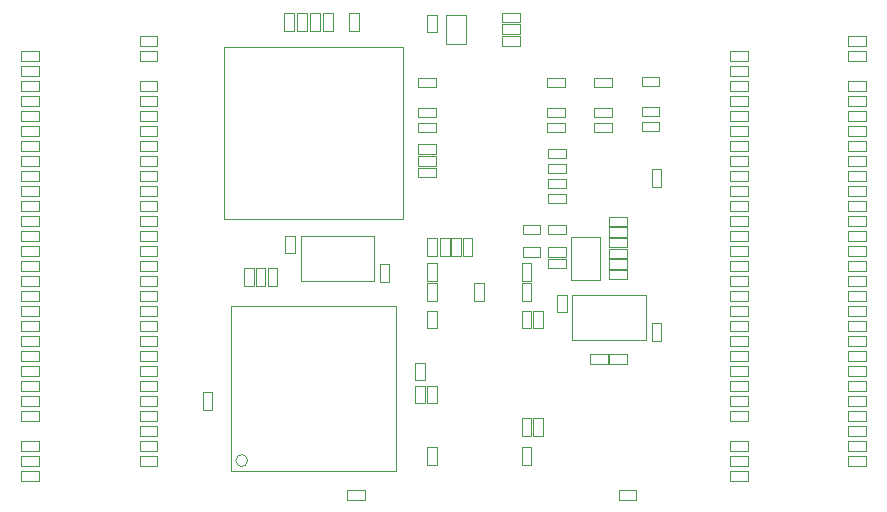
<source format=gbr>
%TF.GenerationSoftware,Altium Limited,Altium Designer,20.0.13 (296)*%
G04 Layer_Color=32768*
%FSLAX26Y26*%
%MOIN*%
%TF.FileFunction,Other,Bottom_Assembly*%
%TF.Part,Single*%
G01*
G75*
%TA.AperFunction,NonConductor*%
%ADD59C,0.003937*%
%ADD62C,0.001968*%
D59*
X921260Y114173D02*
G03*
X921260Y114173I-19685J0D01*
G01*
X866142Y629921D02*
X1417323D01*
X866142Y78740D02*
X1417323D01*
Y629921D01*
X866142Y78740D02*
Y629921D01*
D62*
X2094244Y716402D02*
Y858402D01*
X2000244Y716402D02*
Y858402D01*
Y716402D02*
X2094244D01*
X2000244Y858402D02*
X2094244D01*
X1922835Y900394D02*
X1981890D01*
X1922835Y868898D02*
X1981890D01*
Y900394D01*
X1922835Y868898D02*
Y900394D01*
X842732Y919047D02*
X1440732D01*
X842732Y1491047D02*
X1440732D01*
X842732Y919047D02*
Y1491047D01*
X1440732Y919047D02*
Y1491047D01*
X167323Y596654D02*
Y628150D01*
X226378Y596654D02*
Y628150D01*
X167323Y596654D02*
X226378D01*
X167323Y628150D02*
X226378D01*
X1098472Y712402D02*
Y862402D01*
X1343472D01*
Y712402D02*
Y862402D01*
X1098472Y712402D02*
X1343472D01*
X2267716Y1084449D02*
X2299213D01*
X2267716Y1025394D02*
X2299213D01*
X2267716D02*
Y1084449D01*
X2299213Y1025394D02*
Y1084449D01*
X1922047Y972244D02*
Y1003740D01*
X1981102Y972244D02*
Y1003740D01*
X1922047Y972244D02*
X1981102D01*
X1922047Y1003740D02*
X1981102D01*
X1922047Y1022244D02*
Y1053740D01*
X1981102Y1022244D02*
Y1053740D01*
X1922047Y1022244D02*
X1981102D01*
X1922047Y1053740D02*
X1981102D01*
X1922047Y1122244D02*
Y1153740D01*
X1981102Y1122244D02*
Y1153740D01*
X1922047Y1122244D02*
X1981102D01*
X1922047Y1153740D02*
X1981102D01*
X1922047Y1072244D02*
Y1103740D01*
X1981102Y1072244D02*
Y1103740D01*
X1922047Y1072244D02*
X1981102D01*
X1922047Y1103740D02*
X1981102D01*
X1708661Y646260D02*
Y705315D01*
X1677165Y646260D02*
Y705315D01*
Y646260D02*
X1708661D01*
X1677165Y705315D02*
X1708661D01*
X1834646Y646260D02*
Y705315D01*
X1866142Y646260D02*
Y705315D01*
X1834646D02*
X1866142D01*
X1834646Y646260D02*
X1866142D01*
X1519685Y712008D02*
Y771063D01*
X1551181Y712008D02*
Y771063D01*
X1519685D02*
X1551181D01*
X1519685Y712008D02*
X1551181D01*
X1631890Y797244D02*
Y856299D01*
X1600394Y797244D02*
Y856299D01*
Y797244D02*
X1631890D01*
X1600394Y856299D02*
X1631890D01*
X2063780Y468504D02*
X2122835D01*
X2063780Y437008D02*
X2122835D01*
Y468504D01*
X2063780Y437008D02*
Y468504D01*
X2126772D02*
X2185827D01*
X2126772Y437008D02*
X2185827D01*
Y468504D01*
X2126772Y437008D02*
Y468504D01*
X2158268Y15748D02*
X2217323D01*
X2158268Y-15748D02*
X2217323D01*
Y15748D01*
X2158268Y-15748D02*
Y15748D01*
X2135827Y1258465D02*
Y1289961D01*
X2076772Y1258465D02*
Y1289961D01*
X2135827D01*
X2076772Y1258465D02*
X2135827D01*
Y1358465D02*
Y1389961D01*
X2076772Y1358465D02*
Y1389961D01*
X2135827D01*
X2076772Y1358465D02*
X2135827D01*
X1519685Y1600591D02*
X1551181D01*
X1519685Y1541535D02*
X1551181D01*
X1519685D02*
Y1600591D01*
X1551181Y1541535D02*
Y1600591D01*
X1978347Y1258465D02*
Y1289961D01*
X1919291Y1258465D02*
Y1289961D01*
X1978347D01*
X1919291Y1258465D02*
X1978347D01*
Y1358465D02*
Y1389961D01*
X1919291Y1358465D02*
Y1389961D01*
X1978347D01*
X1919291Y1358465D02*
X1978347D01*
X2293307Y1261417D02*
Y1292913D01*
X2234252Y1261417D02*
Y1292913D01*
X2293307D01*
X2234252Y1261417D02*
X2293307D01*
Y1361418D02*
Y1392914D01*
X2234252Y1361418D02*
Y1392914D01*
X2293307D01*
X2234252Y1361418D02*
X2293307D01*
X1952756Y608268D02*
Y667323D01*
X1984252Y608268D02*
Y667323D01*
X1952756D02*
X1984252D01*
X1952756Y608268D02*
X1984252D01*
X2267717Y513779D02*
Y572835D01*
X2299213Y513779D02*
Y572835D01*
X2267717D02*
X2299213D01*
X2267717Y513779D02*
X2299213D01*
X1874016Y195669D02*
Y254724D01*
X1905512Y195669D02*
Y254724D01*
X1874016D02*
X1905512D01*
X1874016Y195669D02*
X1905512D01*
X1161220Y1545275D02*
Y1604331D01*
X1129725Y1545275D02*
Y1604331D01*
Y1545275D02*
X1161220D01*
X1129725Y1604331D02*
X1161220D01*
X1551181Y554921D02*
Y613976D01*
X1519685Y554921D02*
Y613976D01*
Y554921D02*
X1551181D01*
X1519685Y613976D02*
X1551181D01*
X1834646Y554921D02*
Y613976D01*
X1866142Y554921D02*
Y613976D01*
X1834646D02*
X1866142D01*
X1834646Y554921D02*
X1866142D01*
X1834646Y100197D02*
Y159252D01*
X1866142Y100197D02*
Y159252D01*
X1834646D02*
X1866142D01*
X1834646Y100197D02*
X1866142D01*
X1519685D02*
Y159252D01*
X1551181Y100197D02*
Y159252D01*
X1519685D02*
X1551181D01*
X1519685Y100197D02*
X1551181D01*
Y304921D02*
Y363976D01*
X1519685Y304921D02*
Y363976D01*
Y304921D02*
X1551181D01*
X1519685Y363976D02*
X1551181D01*
X1019685Y696063D02*
Y755118D01*
X988189Y696063D02*
Y755118D01*
Y696063D02*
X1019685D01*
X988189Y755118D02*
X1019685D01*
X803150Y282677D02*
Y341732D01*
X771654Y282677D02*
Y341732D01*
Y282677D02*
X803150D01*
X771654Y341732D02*
X803150D01*
X1393701Y710630D02*
Y769685D01*
X1362205Y710630D02*
Y769685D01*
Y710630D02*
X1393701D01*
X1362205Y769685D02*
X1393701D01*
X1078740Y805118D02*
Y864173D01*
X1047244Y805118D02*
Y864173D01*
Y805118D02*
X1078740D01*
X1047244Y864173D02*
X1078740D01*
X1252756Y-15748D02*
Y15748D01*
X1311811Y-15748D02*
Y15748D01*
X1252756Y-15748D02*
X1311811D01*
X1252756Y15748D02*
X1311811D01*
X1480315Y440158D02*
X1511811D01*
X1480315Y381102D02*
X1511811D01*
X1480315D02*
Y440158D01*
X1511811Y381102D02*
Y440158D01*
X909449Y755118D02*
X940945D01*
X909449Y696063D02*
X940945D01*
X909449D02*
Y755118D01*
X940945Y696063D02*
Y755118D01*
X561024Y96654D02*
X620079D01*
X561024Y128150D02*
X620079D01*
X561024Y96654D02*
Y128150D01*
X620079Y96654D02*
Y128150D01*
X561024Y146654D02*
X620079D01*
X561024Y178150D02*
X620079D01*
X561024Y146654D02*
Y178150D01*
X620079Y146654D02*
Y178150D01*
X561024Y196654D02*
X620079D01*
X561024Y228150D02*
X620079D01*
X561024Y196654D02*
Y228150D01*
X620079Y196654D02*
Y228150D01*
X167323Y78150D02*
X226378D01*
X167323Y46654D02*
X226378D01*
Y78150D01*
X167323Y46654D02*
Y78150D01*
Y128150D02*
X226378D01*
X167323Y96654D02*
X226378D01*
Y128150D01*
X167323Y96654D02*
Y128150D01*
Y178150D02*
X226378D01*
X167323Y146654D02*
X226378D01*
Y178150D01*
X167323Y146654D02*
Y178150D01*
X2923228Y96654D02*
X2982284D01*
X2923228Y128150D02*
X2982284D01*
X2923228Y96654D02*
Y128150D01*
X2982284Y96654D02*
Y128150D01*
X2923228Y146654D02*
X2982284D01*
X2923228Y178150D02*
X2982284D01*
X2923228Y146654D02*
Y178150D01*
X2982284Y146654D02*
Y178150D01*
X2529528Y78150D02*
X2588583D01*
X2529528Y46654D02*
X2588583D01*
Y78150D01*
X2529528Y46654D02*
Y78150D01*
Y128150D02*
X2588583D01*
X2529528Y96654D02*
X2588583D01*
Y128150D01*
X2529528Y96654D02*
Y128150D01*
Y178150D02*
X2588583D01*
X2529528Y146654D02*
X2588583D01*
Y178150D01*
X2529528Y146654D02*
Y178150D01*
X561024Y1446654D02*
X620079D01*
X561024Y1478150D02*
X620079D01*
X561024Y1446654D02*
Y1478150D01*
X620079Y1446654D02*
Y1478150D01*
X561024Y1496654D02*
X620079D01*
X561024Y1528150D02*
X620079D01*
X561024Y1496654D02*
Y1528150D01*
X620079Y1496654D02*
Y1528150D01*
X167323Y1428150D02*
X226378D01*
X167323Y1396654D02*
X226378D01*
Y1428150D01*
X167323Y1396654D02*
Y1428150D01*
Y1478150D02*
X226378D01*
X167323Y1446654D02*
X226378D01*
Y1478150D01*
X167323Y1446654D02*
Y1478150D01*
X2923228Y1446654D02*
X2982284D01*
X2923228Y1478150D02*
X2982284D01*
X2923228Y1446654D02*
Y1478150D01*
X2982284Y1446654D02*
Y1478150D01*
X2923228Y1496654D02*
X2982284D01*
X2923228Y1528150D02*
X2982284D01*
X2923228Y1496654D02*
Y1528150D01*
X2982284Y1496654D02*
Y1528150D01*
X2529528Y1428150D02*
X2588583D01*
X2529528Y1396654D02*
X2588583D01*
Y1428150D01*
X2529528Y1396654D02*
Y1428150D01*
Y1478150D02*
X2588583D01*
X2529528Y1446654D02*
X2588583D01*
Y1478150D01*
X2529528Y1446654D02*
Y1478150D01*
X1488976Y1136811D02*
Y1168307D01*
X1548032Y1136811D02*
Y1168307D01*
X1488976Y1136811D02*
X1548032D01*
X1488976Y1168307D02*
X1548032D01*
X1922047Y754724D02*
Y786220D01*
X1981102Y754724D02*
Y786220D01*
X1922047Y754724D02*
X1981102D01*
X1922047Y786220D02*
X1981102D01*
X1922047Y794095D02*
Y825591D01*
X1981102Y794095D02*
Y825591D01*
X1922047Y794095D02*
X1981102D01*
X1922047Y825591D02*
X1981102D01*
X2126772Y789370D02*
Y820866D01*
X2185827Y789370D02*
Y820866D01*
X2126772Y789370D02*
X2185827D01*
X2126772Y820866D02*
X2185827D01*
X2126772Y860236D02*
Y891732D01*
X2185827Y860236D02*
Y891732D01*
X2126772Y860236D02*
X2185827D01*
X2126772Y891732D02*
X2185827D01*
X1637795Y797244D02*
X1669291D01*
X1637795Y856299D02*
X1669291D01*
Y797244D02*
Y856299D01*
X1637795Y797244D02*
Y856299D01*
X1488976Y1358465D02*
Y1389961D01*
X1548032Y1358465D02*
Y1389961D01*
X1488976Y1358465D02*
X1548032D01*
X1488976Y1389961D02*
X1548032D01*
X167323Y678150D02*
X226378D01*
X167323Y646654D02*
X226378D01*
Y678150D01*
X167323Y646654D02*
Y678150D01*
Y728150D02*
X226378D01*
X167323Y696654D02*
X226378D01*
Y728150D01*
X167323Y696654D02*
Y728150D01*
Y778150D02*
X226378D01*
X167323Y746654D02*
X226378D01*
Y778150D01*
X167323Y746654D02*
Y778150D01*
Y828150D02*
X226378D01*
X167323Y796654D02*
X226378D01*
Y828150D01*
X167323Y796654D02*
Y828150D01*
Y878150D02*
X226378D01*
X167323Y846654D02*
X226378D01*
Y878150D01*
X167323Y846654D02*
Y878150D01*
Y928150D02*
X226378D01*
X167323Y896654D02*
X226378D01*
Y928150D01*
X167323Y896654D02*
Y928150D01*
Y978150D02*
X226378D01*
X167323Y946654D02*
X226378D01*
Y978150D01*
X167323Y946654D02*
Y978150D01*
Y1028150D02*
X226378D01*
X167323Y996654D02*
X226378D01*
Y1028150D01*
X167323Y996654D02*
Y1028150D01*
Y1078150D02*
X226378D01*
X167323Y1046654D02*
X226378D01*
Y1078150D01*
X167323Y1046654D02*
Y1078150D01*
Y1128150D02*
X226378D01*
X167323Y1096654D02*
X226378D01*
Y1128150D01*
X167323Y1096654D02*
Y1128150D01*
Y1178150D02*
X226378D01*
X167323Y1146654D02*
X226378D01*
Y1178150D01*
X167323Y1146654D02*
Y1178150D01*
Y1228150D02*
X226378D01*
X167323Y1196654D02*
X226378D01*
Y1228150D01*
X167323Y1196654D02*
Y1228150D01*
Y1278150D02*
X226378D01*
X167323Y1246654D02*
X226378D01*
Y1278150D01*
X167323Y1246654D02*
Y1278150D01*
X2529528Y278150D02*
X2588583D01*
X2529528Y246654D02*
X2588583D01*
Y278150D01*
X2529528Y246654D02*
Y278150D01*
Y328150D02*
X2588583D01*
X2529528Y296654D02*
X2588583D01*
Y328150D01*
X2529528Y296654D02*
Y328150D01*
Y378150D02*
X2588583D01*
X2529528Y346654D02*
X2588583D01*
Y378150D01*
X2529528Y346654D02*
Y378150D01*
Y428150D02*
X2588583D01*
X2529528Y396654D02*
X2588583D01*
Y428150D01*
X2529528Y396654D02*
Y428150D01*
Y478150D02*
X2588583D01*
X2529528Y446654D02*
X2588583D01*
Y478150D01*
X2529528Y446654D02*
Y478150D01*
Y528150D02*
X2588583D01*
X2529528Y496654D02*
X2588583D01*
Y528150D01*
X2529528Y496654D02*
Y528150D01*
Y578150D02*
X2588583D01*
X2529528Y546654D02*
X2588583D01*
Y578150D01*
X2529528Y546654D02*
Y578150D01*
Y628150D02*
X2588583D01*
X2529528Y596654D02*
X2588583D01*
Y628150D01*
X2529528Y596654D02*
Y628150D01*
Y678150D02*
X2588583D01*
X2529528Y646654D02*
X2588583D01*
Y678150D01*
X2529528Y646654D02*
Y678150D01*
Y728150D02*
X2588583D01*
X2529528Y696654D02*
X2588583D01*
Y728150D01*
X2529528Y696654D02*
Y728150D01*
Y778150D02*
X2588583D01*
X2529528Y746654D02*
X2588583D01*
Y778150D01*
X2529528Y746654D02*
Y778150D01*
Y828150D02*
X2588583D01*
X2529528Y796654D02*
X2588583D01*
Y828150D01*
X2529528Y796654D02*
Y828150D01*
Y878150D02*
X2588583D01*
X2529528Y846654D02*
X2588583D01*
Y878150D01*
X2529528Y846654D02*
Y878150D01*
Y928150D02*
X2588583D01*
X2529528Y896654D02*
X2588583D01*
Y928150D01*
X2529528Y896654D02*
Y928150D01*
Y978150D02*
X2588583D01*
X2529528Y946654D02*
X2588583D01*
Y978150D01*
X2529528Y946654D02*
Y978150D01*
Y1028150D02*
X2588583D01*
X2529528Y996654D02*
X2588583D01*
Y1028150D01*
X2529528Y996654D02*
Y1028150D01*
Y1078150D02*
X2588583D01*
X2529528Y1046654D02*
X2588583D01*
Y1078150D01*
X2529528Y1046654D02*
Y1078150D01*
Y1128150D02*
X2588583D01*
X2529528Y1096654D02*
X2588583D01*
Y1128150D01*
X2529528Y1096654D02*
Y1128150D01*
Y1178150D02*
X2588583D01*
X2529528Y1146654D02*
X2588583D01*
Y1178150D01*
X2529528Y1146654D02*
Y1178150D01*
Y1228150D02*
X2588583D01*
X2529528Y1196654D02*
X2588583D01*
Y1228150D01*
X2529528Y1196654D02*
Y1228150D01*
Y1278150D02*
X2588583D01*
X2529528Y1246654D02*
X2588583D01*
Y1278150D01*
X2529528Y1246654D02*
Y1278150D01*
Y1328150D02*
X2588583D01*
X2529528Y1296654D02*
X2588583D01*
Y1328150D01*
X2529528Y1296654D02*
Y1328150D01*
Y1378150D02*
X2588583D01*
X2529528Y1346654D02*
X2588583D01*
Y1378150D01*
X2529528Y1346654D02*
Y1378150D01*
X2923228Y196654D02*
X2982284D01*
X2923228Y228150D02*
X2982284D01*
X2923228Y196654D02*
Y228150D01*
X2982284Y196654D02*
Y228150D01*
X2923228Y246654D02*
X2982284D01*
X2923228Y278150D02*
X2982284D01*
X2923228Y246654D02*
Y278150D01*
X2982284Y246654D02*
Y278150D01*
X2923228Y296654D02*
X2982284D01*
X2923228Y328150D02*
X2982284D01*
X2923228Y296654D02*
Y328150D01*
X2982284Y296654D02*
Y328150D01*
X2923228Y346654D02*
X2982284D01*
X2923228Y378150D02*
X2982284D01*
X2923228Y346654D02*
Y378150D01*
X2982284Y346654D02*
Y378150D01*
X2923228Y396654D02*
X2982284D01*
X2923228Y428150D02*
X2982284D01*
X2923228Y396654D02*
Y428150D01*
X2982284Y396654D02*
Y428150D01*
X2923228Y446654D02*
X2982284D01*
X2923228Y478150D02*
X2982284D01*
X2923228Y446654D02*
Y478150D01*
X2982284Y446654D02*
Y478150D01*
X2923228Y496654D02*
X2982284D01*
X2923228Y528150D02*
X2982284D01*
X2923228Y496654D02*
Y528150D01*
X2982284Y496654D02*
Y528150D01*
X2923228Y546654D02*
X2982284D01*
X2923228Y578150D02*
X2982284D01*
X2923228Y546654D02*
Y578150D01*
X2982284Y546654D02*
Y578150D01*
X2923228Y796654D02*
X2982284D01*
X2923228Y828150D02*
X2982284D01*
X2923228Y796654D02*
Y828150D01*
X2982284Y796654D02*
Y828150D01*
X2923228Y746654D02*
X2982284D01*
X2923228Y778150D02*
X2982284D01*
X2923228Y746654D02*
Y778150D01*
X2982284Y746654D02*
Y778150D01*
X2923228Y696654D02*
X2982284D01*
X2923228Y728150D02*
X2982284D01*
X2923228Y696654D02*
Y728150D01*
X2982284Y696654D02*
Y728150D01*
X2923228Y646654D02*
X2982284D01*
X2923228Y678150D02*
X2982284D01*
X2923228Y646654D02*
Y678150D01*
X2982284Y646654D02*
Y678150D01*
X2923228Y1346654D02*
X2982284D01*
X2923228Y1378150D02*
X2982284D01*
X2923228Y1346654D02*
Y1378150D01*
X2982284Y1346654D02*
Y1378150D01*
X2923228Y1296654D02*
X2982284D01*
X2923228Y1328150D02*
X2982284D01*
X2923228Y1296654D02*
Y1328150D01*
X2982284Y1296654D02*
Y1328150D01*
X2923228Y1246654D02*
X2982284D01*
X2923228Y1278150D02*
X2982284D01*
X2923228Y1246654D02*
Y1278150D01*
X2982284Y1246654D02*
Y1278150D01*
X2923228Y1196654D02*
X2982284D01*
X2923228Y1228150D02*
X2982284D01*
X2923228Y1196654D02*
Y1228150D01*
X2982284Y1196654D02*
Y1228150D01*
X2923228Y1146654D02*
X2982284D01*
X2923228Y1178150D02*
X2982284D01*
X2923228Y1146654D02*
Y1178150D01*
X2982284Y1146654D02*
Y1178150D01*
X2923228Y1096654D02*
X2982284D01*
X2923228Y1128150D02*
X2982284D01*
X2923228Y1096654D02*
Y1128150D01*
X2982284Y1096654D02*
Y1128150D01*
X2923228Y1046654D02*
X2982284D01*
X2923228Y1078150D02*
X2982284D01*
X2923228Y1046654D02*
Y1078150D01*
X2982284Y1046654D02*
Y1078150D01*
X2923228Y996654D02*
X2982284D01*
X2923228Y1028150D02*
X2982284D01*
X2923228Y996654D02*
Y1028150D01*
X2982284Y996654D02*
Y1028150D01*
X561024Y1346653D02*
X620079D01*
X561024Y1378149D02*
X620079D01*
X561024Y1346653D02*
Y1378149D01*
X620079Y1346653D02*
Y1378149D01*
X561024Y1296653D02*
X620079D01*
X561024Y1328149D02*
X620079D01*
X561024Y1296653D02*
Y1328149D01*
X620079Y1296653D02*
Y1328149D01*
X561024Y1246653D02*
X620079D01*
X561024Y1278149D02*
X620079D01*
X561024Y1246653D02*
Y1278149D01*
X620079Y1246653D02*
Y1278149D01*
X561024Y1196653D02*
X620079D01*
X561024Y1228149D02*
X620079D01*
X561024Y1196653D02*
Y1228149D01*
X620079Y1196653D02*
Y1228149D01*
X561024Y1146653D02*
X620079D01*
X561024Y1178149D02*
X620079D01*
X561024Y1146653D02*
Y1178149D01*
X620079Y1146653D02*
Y1178149D01*
X561024Y1096653D02*
X620079D01*
X561024Y1128149D02*
X620079D01*
X561024Y1096653D02*
Y1128149D01*
X620079Y1096653D02*
Y1128149D01*
X561024Y1046654D02*
X620079D01*
X561024Y1078150D02*
X620079D01*
X561024Y1046654D02*
Y1078150D01*
X620079Y1046654D02*
Y1078150D01*
X561024Y996654D02*
X620079D01*
X561024Y1028150D02*
X620079D01*
X561024Y996654D02*
Y1028150D01*
X620079Y996654D02*
Y1028150D01*
X561024Y296654D02*
X620079D01*
X561024Y328150D02*
X620079D01*
X561024Y296654D02*
Y328150D01*
X620079Y296654D02*
Y328150D01*
X561024Y246654D02*
X620079D01*
X561024Y278150D02*
X620079D01*
X561024Y246654D02*
Y278150D01*
X620079Y246654D02*
Y278150D01*
X561024Y396654D02*
X620079D01*
X561024Y428150D02*
X620079D01*
X561024Y396654D02*
Y428150D01*
X620079Y396654D02*
Y428150D01*
X561024Y346654D02*
X620079D01*
X561024Y378150D02*
X620079D01*
X561024Y346654D02*
Y378150D01*
X620079Y346654D02*
Y378150D01*
X561024Y496654D02*
X620079D01*
X561024Y528150D02*
X620079D01*
X561024Y496654D02*
Y528150D01*
X620079Y496654D02*
Y528150D01*
X561024Y446654D02*
X620079D01*
X561024Y478150D02*
X620079D01*
X561024Y446654D02*
Y478150D01*
X620079Y446654D02*
Y478150D01*
X561024Y596654D02*
X620079D01*
X561024Y628150D02*
X620079D01*
X561024Y596654D02*
Y628150D01*
X620079Y596654D02*
Y628150D01*
X561024Y546654D02*
X620079D01*
X561024Y578150D02*
X620079D01*
X561024Y546654D02*
Y578150D01*
X620079Y546654D02*
Y578150D01*
X561024Y696654D02*
X620079D01*
X561024Y728150D02*
X620079D01*
X561024Y696654D02*
Y728150D01*
X620079Y696654D02*
Y728150D01*
X561024Y646654D02*
X620079D01*
X561024Y678150D02*
X620079D01*
X561024Y646654D02*
Y678150D01*
X620079Y646654D02*
Y678150D01*
X561024Y796654D02*
X620079D01*
X561024Y828150D02*
X620079D01*
X561024Y796654D02*
Y828150D01*
X620079Y796654D02*
Y828150D01*
X561024Y746654D02*
X620079D01*
X561024Y778150D02*
X620079D01*
X561024Y746654D02*
Y778150D01*
X620079Y746654D02*
Y778150D01*
X561024Y846654D02*
X620079D01*
X561024Y878150D02*
X620079D01*
X561024Y846654D02*
Y878150D01*
X620079Y846654D02*
Y878150D01*
X561024Y896654D02*
X620079D01*
X561024Y928150D02*
X620079D01*
X561024Y896654D02*
Y928150D01*
X620079Y896654D02*
Y928150D01*
X561024Y946654D02*
X620079D01*
X561024Y978150D02*
X620079D01*
X561024Y946654D02*
Y978150D01*
X620079Y946654D02*
Y978150D01*
X167323Y1328150D02*
X226378D01*
X167323Y1296654D02*
X226378D01*
Y1328150D01*
X167323Y1296654D02*
Y1328150D01*
Y1378150D02*
X226378D01*
X167323Y1346654D02*
X226378D01*
Y1378150D01*
X167323Y1346654D02*
Y1378150D01*
X2923228Y596654D02*
X2982284D01*
X2923228Y628150D02*
X2982284D01*
X2923228Y596654D02*
Y628150D01*
X2982284Y596654D02*
Y628150D01*
X2923228Y846654D02*
X2982284D01*
X2923228Y878150D02*
X2982284D01*
X2923228Y846654D02*
Y878150D01*
X2982284Y846654D02*
Y878150D01*
X2923228Y896654D02*
X2982284D01*
X2923228Y928150D02*
X2982284D01*
X2923228Y896654D02*
Y928150D01*
X2982284Y896654D02*
Y928150D01*
X2923228Y946654D02*
X2982284D01*
X2923228Y978150D02*
X2982284D01*
X2923228Y946654D02*
Y978150D01*
X2982284Y946654D02*
Y978150D01*
X1582000Y1501000D02*
X1648000D01*
X1582000D02*
Y1599000D01*
X1648000D01*
Y1501000D02*
Y1599000D01*
X1866142Y712008D02*
Y771063D01*
X1834646Y712008D02*
Y771063D01*
Y712008D02*
X1866142D01*
X1834646Y771063D02*
X1866142D01*
X1551181Y646260D02*
Y705315D01*
X1519685Y646260D02*
Y705315D01*
Y646260D02*
X1551181D01*
X1519685Y705315D02*
X1551181D01*
X1551181Y797244D02*
Y856299D01*
X1519685Y797244D02*
Y856299D01*
Y797244D02*
X1551181D01*
X1519685Y856299D02*
X1551181D01*
X1594488Y797244D02*
Y856299D01*
X1562992Y797244D02*
Y856299D01*
Y797244D02*
X1594488D01*
X1562992Y856299D02*
X1594488D01*
X1829134Y1536319D02*
Y1567815D01*
X1770079Y1536319D02*
Y1567815D01*
X1829134D01*
X1770079Y1536319D02*
X1829134D01*
Y1496654D02*
Y1528150D01*
X1770079Y1496654D02*
Y1528150D01*
X1829134D01*
X1770079Y1496654D02*
X1829134D01*
X2076772Y1208465D02*
Y1239960D01*
X2135827Y1208465D02*
Y1239960D01*
X2076772Y1208465D02*
X2135827D01*
X2076772Y1239960D02*
X2135827D01*
X1829134Y1575984D02*
Y1607480D01*
X1770079Y1575984D02*
Y1607480D01*
X1829134D01*
X1770079Y1575984D02*
X1829134D01*
X1919291Y1208465D02*
Y1239960D01*
X1978347Y1208465D02*
Y1239960D01*
X1919291Y1208465D02*
X1978347D01*
X1919291Y1239960D02*
X1978347D01*
X1866142Y195669D02*
Y254724D01*
X1834646Y195669D02*
Y254724D01*
Y195669D02*
X1866142D01*
X1834646Y254724D02*
X1866142D01*
X2234252Y1211417D02*
Y1242913D01*
X2293307Y1211417D02*
Y1242913D01*
X2234252Y1211417D02*
X2293307D01*
X2234252Y1242913D02*
X2293307D01*
X1086417Y1545275D02*
Y1604331D01*
X1117913Y1545275D02*
Y1604331D01*
X1086417D02*
X1117913D01*
X1086417Y1545275D02*
X1117913D01*
X1259646D02*
Y1604331D01*
X1291142Y1545275D02*
Y1604331D01*
X1259646D02*
X1291142D01*
X1259646Y1545275D02*
X1291142D01*
X1173031D02*
Y1604331D01*
X1204527Y1545275D02*
Y1604331D01*
X1173031D02*
X1204527D01*
X1173031Y1545275D02*
X1204527D01*
X1043110D02*
Y1604331D01*
X1074606Y1545275D02*
Y1604331D01*
X1043110D02*
X1074606D01*
X1043110Y1545275D02*
X1074606D01*
X1874016Y554921D02*
Y613976D01*
X1905512Y554921D02*
Y613976D01*
X1874016D02*
X1905512D01*
X1874016Y554921D02*
X1905512D01*
X1480315Y304921D02*
Y363976D01*
X1511811Y304921D02*
Y363976D01*
X1480315D02*
X1511811D01*
X1480315Y304921D02*
X1511811D01*
X948819Y696063D02*
X980315D01*
X948819Y755118D02*
X980315D01*
Y696063D02*
Y755118D01*
X948819Y696063D02*
Y755118D01*
X1488976Y1058071D02*
X1548032D01*
X1488976Y1089567D02*
X1548032D01*
X1488976Y1058071D02*
Y1089567D01*
X1548032Y1058071D02*
Y1089567D01*
X1488976Y1097441D02*
X1548032D01*
X1488976Y1128937D02*
X1548032D01*
X1488976Y1097441D02*
Y1128937D01*
X1548032Y1097441D02*
Y1128937D01*
X2126772Y753937D02*
Y785433D01*
X2185827Y753937D02*
Y785433D01*
X2126772Y753937D02*
X2185827D01*
X2126772Y785433D02*
X2185827D01*
X2126772Y718504D02*
Y750000D01*
X2185827Y718504D02*
Y750000D01*
X2126772Y718504D02*
X2185827D01*
X2126772Y750000D02*
X2185827D01*
X2126772Y824803D02*
Y856299D01*
X2185827Y824803D02*
Y856299D01*
X2126772Y824803D02*
X2185827D01*
X2126772Y856299D02*
X2185827D01*
X2126772Y895669D02*
Y927165D01*
X2185827Y895669D02*
Y927165D01*
X2126772Y895669D02*
X2185827D01*
X2126772Y927165D02*
X2185827D01*
X1837795Y868898D02*
Y900394D01*
X1896850Y868898D02*
Y900394D01*
X1837795Y868898D02*
X1896850D01*
X1837795Y900394D02*
X1896850D01*
X1837795Y794095D02*
Y825591D01*
X1896850Y794095D02*
Y825591D01*
X1837795Y794095D02*
X1896850D01*
X1837795Y825591D02*
X1896850D01*
X1548032Y1258465D02*
Y1289961D01*
X1488976Y1258465D02*
Y1289961D01*
X1548032D01*
X1488976Y1258465D02*
X1548032D01*
Y1208465D02*
Y1239961D01*
X1488976Y1208465D02*
Y1239961D01*
X1548032D01*
X1488976Y1208465D02*
X1548032D01*
X2002984Y665551D02*
X2247984D01*
X2002984Y515551D02*
Y665551D01*
Y515551D02*
X2247984D01*
Y665551D01*
X167323Y246654D02*
Y278150D01*
X226378Y246654D02*
Y278150D01*
X167323Y246654D02*
X226378D01*
X167323Y278150D02*
X226378D01*
X167323Y296654D02*
Y328150D01*
X226378Y296654D02*
Y328150D01*
X167323Y296654D02*
X226378D01*
X167323Y328150D02*
X226378D01*
X167323Y346654D02*
Y378150D01*
X226378Y346654D02*
Y378150D01*
X167323Y346654D02*
X226378D01*
X167323Y378150D02*
X226378D01*
X167323Y396654D02*
Y428150D01*
X226378Y396654D02*
Y428150D01*
X167323Y396654D02*
X226378D01*
X167323Y428150D02*
X226378D01*
X167323Y446654D02*
Y478150D01*
X226378Y446654D02*
Y478150D01*
X167323Y446654D02*
X226378D01*
X167323Y478150D02*
X226378D01*
X167323Y496654D02*
Y528150D01*
X226378Y496654D02*
Y528150D01*
X167323Y496654D02*
X226378D01*
X167323Y528150D02*
X226378D01*
X167323Y546654D02*
Y578150D01*
X226378Y546654D02*
Y578150D01*
X167323Y546654D02*
X226378D01*
X167323Y578150D02*
X226378D01*
%TF.MD5,5034645836ba293d32d518d34cb36121*%
M02*

</source>
